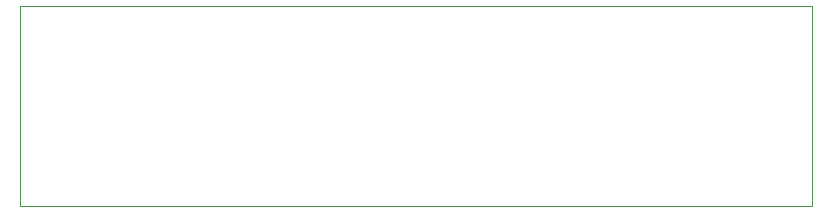
<source format=gm1>
G04 #@! TF.GenerationSoftware,KiCad,Pcbnew,6.0.9-8da3e8f707~116~ubuntu22.04.1*
G04 #@! TF.CreationDate,2022-11-08T11:47:18+01:00*
G04 #@! TF.ProjectId,PCB-lijnvolger,5043422d-6c69-46a6-9e76-6f6c6765722e,1.0*
G04 #@! TF.SameCoordinates,Original*
G04 #@! TF.FileFunction,Profile,NP*
%FSLAX46Y46*%
G04 Gerber Fmt 4.6, Leading zero omitted, Abs format (unit mm)*
G04 Created by KiCad (PCBNEW 6.0.9-8da3e8f707~116~ubuntu22.04.1) date 2022-11-08 11:47:18*
%MOMM*%
%LPD*%
G01*
G04 APERTURE LIST*
G04 #@! TA.AperFunction,Profile*
%ADD10C,0.100000*%
G04 #@! TD*
G04 APERTURE END LIST*
D10*
X100000000Y-80000000D02*
X167000000Y-80000000D01*
X167000000Y-80000000D02*
X167000000Y-97000000D01*
X167000000Y-97000000D02*
X100000000Y-97000000D01*
X100000000Y-97000000D02*
X100000000Y-80000000D01*
M02*

</source>
